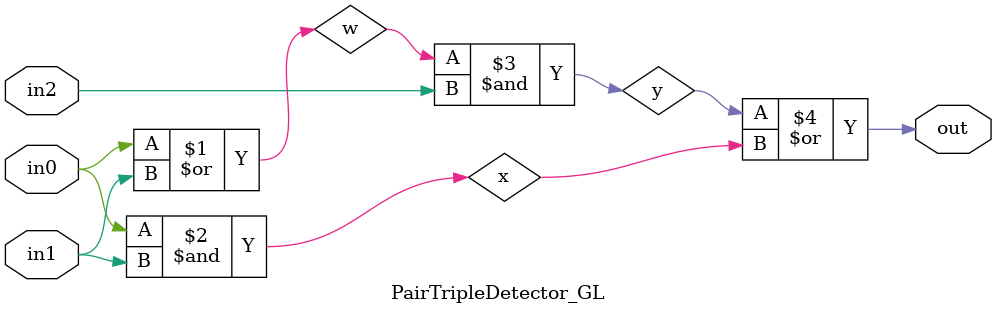
<source format=v>

`ifndef PAIR_TRIPLE_DETECTOR_GL_V
`define PAIR_TRIPLE_DETECTOR_GL_V

`include "ece2300-misc.v"

module PairTripleDetector_GL
(
  // these are the ports 
  input  wire in0,
  input  wire in1,
  input  wire in2,
  output wire out
 );
// this is the private implementation
  wire x;
  wire w;
  wire y;

  or(w,in0,in1);
  and(x, in0, in1);
  and(y,w,in2);
  or(out, y,x);
endmodule

`endif /* PAIR_TRIPLE_DETECTOR_GL_V */


</source>
